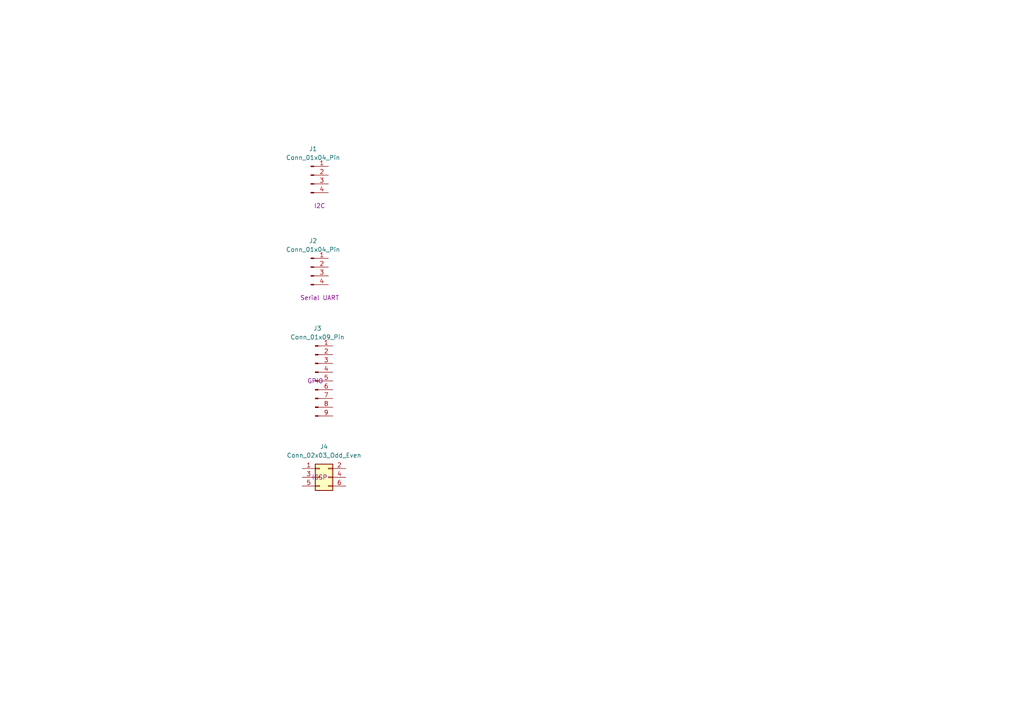
<source format=kicad_sch>
(kicad_sch (version 20231120) (generator "eeschema") (generator_version "8.0")
  (paper "A4")
  (lib_symbols
    (symbol "Connector:Conn_01x04_Pin" (pin_names (offset 1.016) hide)
      (property "Reference" "J" (at 0 5.08 0))
      (property "Value" "Conn_01x04_Pin" (at 0 -7.62 0))
      (symbol "Conn_01x04_Pin_1_1"
        (polyline (pts (xy 1.27 -5.08) (xy 0.8636 -5.08)) (stroke (width 0.1524)))
        (polyline (pts (xy 1.27 -2.54) (xy 0.8636 -2.54)) (stroke (width 0.1524)))
        (polyline (pts (xy 1.27 0) (xy 0.8636 0)) (stroke (width 0.1524)))
        (polyline (pts (xy 1.27 2.54) (xy 0.8636 2.54)) (stroke (width 0.1524)))
        (rectangle (start 0.8636 -4.953) (end 0 -5.207) (stroke (width 0.1524)) (fill (type outline)))
        (rectangle (start 0.8636 -2.413) (end 0 -2.667) (stroke (width 0.1524)) (fill (type outline)))
        (rectangle (start 0.8636 0.127) (end 0 -0.127) (stroke (width 0.1524)) (fill (type outline)))
        (rectangle (start 0.8636 2.667) (end 0 2.413) (stroke (width 0.1524)) (fill (type outline)))
        (pin passive line (at 5.08 2.54 180) (length 3.81) (name "Pin_1") (number "1"))
        (pin passive line (at 5.08 0 180) (length 3.81) (name "Pin_2") (number "2"))
        (pin passive line (at 5.08 -2.54 180) (length 3.81) (name "Pin_3") (number "3"))
        (pin passive line (at 5.08 -5.08 180) (length 3.81) (name "Pin_4") (number "4"))
      )
    )
    (symbol "Connector:Conn_01x09_Pin" (pin_names (offset 1.016) hide)
      (property "Reference" "J" (at 0 12.7 0))
      (property "Value" "Conn_01x09_Pin" (at 0 -12.7 0))
      (symbol "Conn_01x09_Pin_1_1"
        (polyline (pts (xy 1.27 -10.16) (xy 0.8636 -10.16)) (stroke (width 0.1524)))
        (polyline (pts (xy 1.27 -7.62) (xy 0.8636 -7.62)) (stroke (width 0.1524)))
        (polyline (pts (xy 1.27 -5.08) (xy 0.8636 -5.08)) (stroke (width 0.1524)))
        (polyline (pts (xy 1.27 -2.54) (xy 0.8636 -2.54)) (stroke (width 0.1524)))
        (polyline (pts (xy 1.27 0) (xy 0.8636 0)) (stroke (width 0.1524)))
        (polyline (pts (xy 1.27 2.54) (xy 0.8636 2.54)) (stroke (width 0.1524)))
        (polyline (pts (xy 1.27 5.08) (xy 0.8636 5.08)) (stroke (width 0.1524)))
        (polyline (pts (xy 1.27 7.62) (xy 0.8636 7.62)) (stroke (width 0.1524)))
        (polyline (pts (xy 1.27 10.16) (xy 0.8636 10.16)) (stroke (width 0.1524)))
        (rectangle (start 0.8636 -10.033) (end 0 -10.287) (stroke (width 0.1524)) (fill (type outline)))
        (rectangle (start 0.8636 -7.493) (end 0 -7.747) (stroke (width 0.1524)) (fill (type outline)))
        (rectangle (start 0.8636 -4.953) (end 0 -5.207) (stroke (width 0.1524)) (fill (type outline)))
        (rectangle (start 0.8636 -2.413) (end 0 -2.667) (stroke (width 0.1524)) (fill (type outline)))
        (rectangle (start 0.8636 0.127) (end 0 -0.127) (stroke (width 0.1524)) (fill (type outline)))
        (rectangle (start 0.8636 2.667) (end 0 2.413) (stroke (width 0.1524)) (fill (type outline)))
        (rectangle (start 0.8636 5.207) (end 0 4.953) (stroke (width 0.1524)) (fill (type outline)))
        (rectangle (start 0.8636 7.747) (end 0 7.493) (stroke (width 0.1524)) (fill (type outline)))
        (rectangle (start 0.8636 10.287) (end 0 10.033) (stroke (width 0.1524)) (fill (type outline)))
        (pin passive line (at 5.08 10.16 180) (length 3.81) (name "Pin_1") (number "1"))
        (pin passive line (at 5.08 7.62 180) (length 3.81) (name "Pin_2") (number "2"))
        (pin passive line (at 5.08 5.08 180) (length 3.81) (name "Pin_3") (number "3"))
        (pin passive line (at 5.08 2.54 180) (length 3.81) (name "Pin_4") (number "4"))
        (pin passive line (at 5.08 0 180) (length 3.81) (name "Pin_5") (number "5"))
        (pin passive line (at 5.08 -2.54 180) (length 3.81) (name "Pin_6") (number "6"))
        (pin passive line (at 5.08 -5.08 180) (length 3.81) (name "Pin_7") (number "7"))
        (pin passive line (at 5.08 -7.62 180) (length 3.81) (name "Pin_8") (number "8"))
        (pin passive line (at 5.08 -10.16 180) (length 3.81) (name "Pin_9") (number "9"))
      )
    )
    (symbol "Connector_Generic:Conn_02x03_Odd_Even" (pin_names (offset 1.016) hide)
      (property "Reference" "J" (at 1.27 5.08 0))
      (property "Value" "Conn_02x03_Odd_Even" (at 1.27 -5.08 0))
      (symbol "Conn_02x03_Odd_Even_1_1"
        (rectangle (start -1.27 -2.413) (end 0 -2.667) (stroke (width 0.1524)))
        (rectangle (start -1.27 0.127) (end 0 -0.127) (stroke (width 0.1524)))
        (rectangle (start -1.27 2.667) (end 0 2.413) (stroke (width 0.1524)))
        (rectangle (start -1.27 3.81) (end 3.81 -3.81) (stroke (width 0.254)) (fill (type background)))
        (rectangle (start 3.81 -2.413) (end 2.54 -2.667) (stroke (width 0.1524)))
        (rectangle (start 3.81 0.127) (end 2.54 -0.127) (stroke (width 0.1524)))
        (rectangle (start 3.81 2.667) (end 2.54 2.413) (stroke (width 0.1524)))
        (pin passive line (at -5.08 2.54 0) (length 3.81) (name "Pin_1") (number "1"))
        (pin passive line (at 7.62 2.54 180) (length 3.81) (name "Pin_2") (number "2"))
        (pin passive line (at -5.08 0 0) (length 3.81) (name "Pin_3") (number "3"))
        (pin passive line (at 7.62 0 180) (length 3.81) (name "Pin_4") (number "4"))
        (pin passive line (at -5.08 -2.54 0) (length 3.81) (name "Pin_5") (number "5"))
        (pin passive line (at 7.62 -2.54 180) (length 3.81) (name "Pin_6") (number "6"))
      )
    )
  )
  (symbol (lib_id "Connector:Conn_01x04_Pin") (at 90.17 77.47 0) (unit 1)
    (property "Reference" "J2" (at 90.805 69.85 0))
    (property "Value" "Conn_01x04_Pin" (at 90.805 72.39 0))
    (property "Description" "Generic connector, single row, 01x04, script generated" (effects (hide yes)))
    (property "Purpose" "Serial UART" (at 92.71 86.36 0))
  )
  (symbol (lib_id "Connector:Conn_01x04_Pin") (at 90.17 50.8 0) (unit 1)
    (property "Reference" "J1" (at 90.805 43.18 0))
    (property "Value" "Conn_01x04_Pin" (at 90.805 45.72 0))
    (property "Description" "Generic connector, single row, 01x04, script generated" (effects (hide yes)))
    (property "Purpose" "I2C" (at 92.71 59.69 0))
  )
  (symbol (lib_id "Connector_Generic:Conn_02x03_Odd_Even") (at 92.71 138.43 0) (unit 1)
    (property "Reference" "J4" (at 93.98 129.54 0))
    (property "Value" "Conn_02x03_Odd_Even" (at 93.98 132.08 0))
    (property "Description" "Generic connector, double row, 02x03, odd/even pin numbering scheme (row 1 odd numbers, row 2 even numbers), script generated (kicad-library-utils/schlib/autogen/connector/)" (effects (hide yes)))
    (property "Purpose" "ICSP" (at 92.71 138.43 0))
  )
  (symbol (lib_id "Connector:Conn_01x09_Pin") (at 91.44 110.49 0) (unit 1)
    (property "Reference" "J3" (at 92.075 95.25 0))
    (property "Value" "Conn_01x09_Pin" (at 92.075 97.79 0))
    (property "Description" "Generic connector, single row, 01x09, script generated" (effects (hide yes)))
    (property "Purpose" "GPIO" (at 91.44 110.49 0))
  )
)
</source>
